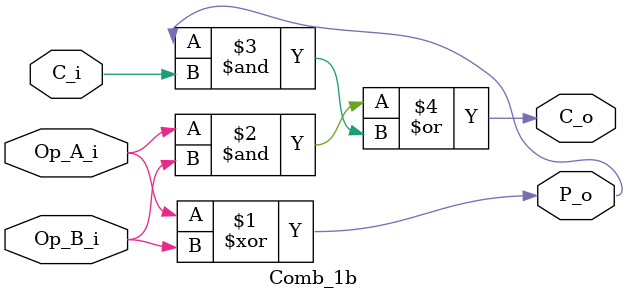
<source format=v>
`timescale 1ns / 1ps


module Comb_1b(
    input wire Op_A_i,
    input wire Op_B_i,
    input wire C_i, //Carry in
    output wire C_o, //Carry out
    output wire P_o //Propagate (for LZA)
    );
    
    assign P_o = Op_A_i ^ Op_B_i;
    assign C_o = (Op_A_i & Op_B_i) | (P_o & C_i);
    //assign C_o = (Op_A_i & Op_B_i) | (Op_A_i & C_i) | (Op_B_i & C_i);
    
endmodule
</source>
